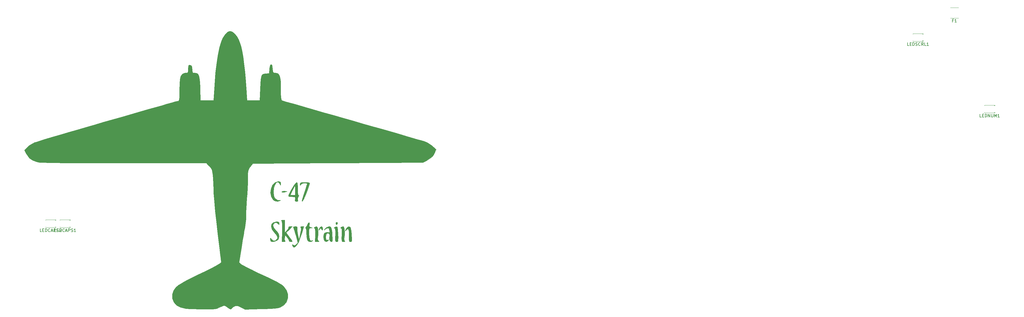
<source format=gbr>
%TF.GenerationSoftware,KiCad,Pcbnew,(5.1.6)-1*%
%TF.CreationDate,2020-08-12T20:07:55+02:00*%
%TF.ProjectId,Proyecto CFSUnderglow,50726f79-6563-4746-9f20-434653556e64,rev?*%
%TF.SameCoordinates,Original*%
%TF.FileFunction,Legend,Top*%
%TF.FilePolarity,Positive*%
%FSLAX46Y46*%
G04 Gerber Fmt 4.6, Leading zero omitted, Abs format (unit mm)*
G04 Created by KiCad (PCBNEW (5.1.6)-1) date 2020-08-12 20:07:55*
%MOMM*%
%LPD*%
G01*
G04 APERTURE LIST*
%ADD10C,0.010000*%
%ADD11C,0.120000*%
%ADD12C,0.150000*%
G04 APERTURE END LIST*
D10*
%TO.C,G\u002A\u002A\u002A*%
G36*
X-11108634Y-34191540D02*
G01*
X-10236764Y-34965265D01*
X-10165078Y-35047732D01*
X-9587095Y-35819356D01*
X-9076857Y-36727206D01*
X-8625817Y-37815183D01*
X-8225427Y-39127190D01*
X-7867140Y-40707126D01*
X-7542410Y-42598892D01*
X-7242690Y-44846390D01*
X-6959431Y-47493521D01*
X-6684088Y-50584185D01*
X-6408113Y-54162283D01*
X-6387032Y-54453158D01*
X-6208494Y-56926316D01*
X-2047493Y-56926316D01*
X-1850920Y-53116316D01*
X-1754455Y-51376721D01*
X-1653635Y-50098247D01*
X-1522601Y-49207709D01*
X-1335495Y-48631924D01*
X-1066459Y-48297707D01*
X-689634Y-48131875D01*
X-179163Y-48061244D01*
X-61645Y-48052309D01*
X1087369Y-47969473D01*
X1221053Y-46498947D01*
X1351526Y-45582640D01*
X1549075Y-45121866D01*
X1755790Y-45028421D01*
X2017120Y-45191149D01*
X2173058Y-45736653D01*
X2237657Y-46432105D01*
X2304852Y-47250086D01*
X2435078Y-47667837D01*
X2704875Y-47819696D01*
X3039762Y-47839883D01*
X3699244Y-47916161D01*
X4193218Y-48178674D01*
X4543922Y-48690703D01*
X4773594Y-49515532D01*
X4904473Y-50716445D01*
X4958798Y-52356723D01*
X4964211Y-53316230D01*
X4971121Y-54774861D01*
X4999066Y-55784778D01*
X5058871Y-56431907D01*
X5161361Y-56802175D01*
X5317358Y-56981506D01*
X5432106Y-57030553D01*
X5753375Y-57123326D01*
X6551424Y-57352293D01*
X7788865Y-57706761D01*
X9428310Y-58176036D01*
X11432371Y-58749423D01*
X13763662Y-59416230D01*
X16384794Y-60165763D01*
X19258380Y-60987327D01*
X22347033Y-61870228D01*
X25613366Y-62803774D01*
X28893685Y-63741179D01*
X32315896Y-64720112D01*
X35610408Y-65664551D01*
X38738266Y-66563213D01*
X41660516Y-67404812D01*
X44338201Y-68178066D01*
X46732368Y-68871690D01*
X48804061Y-69474399D01*
X50514326Y-69974909D01*
X51824208Y-70361937D01*
X52694751Y-70624197D01*
X53074845Y-70745840D01*
X53971651Y-71191341D01*
X54939508Y-71844952D01*
X55406638Y-72234939D01*
X56550953Y-73289732D01*
X56147385Y-74255607D01*
X55651111Y-75224018D01*
X55010644Y-75960456D01*
X54075792Y-76616786D01*
X53491579Y-76941004D01*
X52154737Y-77647368D01*
X23947369Y-77785867D01*
X20111140Y-77805275D01*
X16427523Y-77825028D01*
X12931474Y-77844879D01*
X9657950Y-77864577D01*
X6641907Y-77883877D01*
X3918304Y-77902530D01*
X1522096Y-77920289D01*
X-511759Y-77936904D01*
X-2148305Y-77952128D01*
X-3352585Y-77965714D01*
X-4089641Y-77977413D01*
X-4325165Y-77986393D01*
X-4505527Y-78219505D01*
X-4895940Y-78748337D01*
X-5194112Y-79158010D01*
X-5553132Y-79681168D01*
X-5785566Y-80149232D01*
X-5918990Y-80697113D01*
X-5980982Y-81459727D01*
X-5999121Y-82571987D01*
X-6000242Y-83101694D01*
X-6024422Y-84508086D01*
X-6088466Y-86226731D01*
X-6182553Y-88037457D01*
X-6293647Y-89678947D01*
X-6402777Y-91228385D01*
X-6491260Y-92764973D01*
X-6550703Y-94121922D01*
X-6572714Y-95132445D01*
X-6572458Y-95220160D01*
X-6618698Y-96401390D01*
X-6751863Y-97811349D01*
X-6943819Y-99156554D01*
X-6956930Y-99230687D01*
X-7136847Y-100259161D01*
X-7377310Y-101669526D01*
X-7653738Y-103315755D01*
X-7941548Y-105051821D01*
X-8117022Y-106122105D01*
X-8880394Y-110801052D01*
X-8308091Y-111367208D01*
X-7914817Y-111631376D01*
X-7106683Y-112079394D01*
X-5955973Y-112674579D01*
X-4534970Y-113380246D01*
X-2915957Y-114159710D01*
X-1459414Y-114842998D01*
X624611Y-115819389D01*
X2277166Y-116619517D01*
X3558890Y-117276333D01*
X4530425Y-117822783D01*
X5252412Y-118291819D01*
X5785492Y-118716389D01*
X5943522Y-118865373D01*
X6864035Y-120091529D01*
X7314112Y-121414748D01*
X7309550Y-122742424D01*
X6866148Y-123981950D01*
X5999703Y-125040721D01*
X4758403Y-125812408D01*
X4145211Y-125972064D01*
X3096531Y-126106218D01*
X1583782Y-126217283D01*
X-421617Y-126307675D01*
X-1524755Y-126343191D01*
X-6933684Y-126500055D01*
X-8233763Y-125794188D01*
X-9304160Y-125331811D01*
X-10128980Y-125282487D01*
X-10811051Y-125653609D01*
X-11133509Y-126002685D01*
X-11572492Y-126386443D01*
X-11964954Y-126308421D01*
X-12843380Y-125678749D01*
X-13420426Y-125311359D01*
X-13844918Y-125179986D01*
X-14265679Y-125258363D01*
X-14831534Y-125520223D01*
X-15249804Y-125728666D01*
X-15834327Y-126002649D01*
X-16358315Y-126194659D01*
X-16931398Y-126318125D01*
X-17663209Y-126386475D01*
X-18663380Y-126413137D01*
X-20041541Y-126411539D01*
X-20775923Y-126405523D01*
X-22352925Y-126379719D01*
X-23883892Y-126334024D01*
X-25222113Y-126274199D01*
X-26220873Y-126206010D01*
X-26451579Y-126182582D01*
X-28230910Y-125794717D01*
X-29593665Y-125098315D01*
X-30526770Y-124102990D01*
X-31015650Y-122826409D01*
X-31049261Y-121460481D01*
X-30594520Y-120187279D01*
X-29832682Y-119151111D01*
X-29449624Y-118780019D01*
X-28924125Y-118378905D01*
X-28200440Y-117916319D01*
X-27222826Y-117360814D01*
X-25935537Y-116680940D01*
X-24282830Y-115845248D01*
X-22208959Y-114822289D01*
X-21839473Y-114641648D01*
X-19726871Y-113602730D01*
X-18056468Y-112763603D01*
X-16784948Y-112099967D01*
X-15868994Y-111587517D01*
X-15265292Y-111201952D01*
X-14930523Y-110918970D01*
X-14821373Y-110714269D01*
X-14821052Y-110704021D01*
X-14855525Y-110284785D01*
X-14951311Y-109429935D01*
X-15096967Y-108233621D01*
X-15281048Y-106789993D01*
X-15479906Y-105284061D01*
X-15999295Y-101240744D01*
X-16448061Y-97391572D01*
X-16818783Y-93810585D01*
X-17104040Y-90571821D01*
X-17296414Y-87749320D01*
X-17351956Y-86604210D01*
X-17439598Y-84548058D01*
X-17522927Y-82952393D01*
X-17615865Y-81743276D01*
X-17732337Y-80846770D01*
X-17886266Y-80188936D01*
X-18091577Y-79695836D01*
X-18362193Y-79293530D01*
X-18712038Y-78908082D01*
X-18822184Y-78797010D01*
X-19829310Y-77789885D01*
X-47337286Y-77798392D01*
X-51840954Y-77799033D01*
X-55841014Y-77797719D01*
X-59368593Y-77794013D01*
X-62454818Y-77787478D01*
X-65130815Y-77777678D01*
X-67427711Y-77764177D01*
X-69376633Y-77746537D01*
X-71008707Y-77724323D01*
X-72355061Y-77697098D01*
X-73446822Y-77664425D01*
X-74315115Y-77625869D01*
X-74991068Y-77580991D01*
X-75505807Y-77529357D01*
X-75890460Y-77470530D01*
X-76176153Y-77404072D01*
X-76212176Y-77393485D01*
X-77561764Y-76864490D01*
X-78543728Y-76150527D01*
X-79322499Y-75120094D01*
X-79539571Y-74732458D01*
X-80181855Y-73521740D01*
X-79278691Y-72589911D01*
X-78527182Y-71975150D01*
X-77521663Y-71352901D01*
X-76744079Y-70974584D01*
X-76282614Y-70814071D01*
X-75363218Y-70523501D01*
X-74030412Y-70115757D01*
X-72328715Y-69603724D01*
X-70302645Y-69000286D01*
X-67996723Y-68318328D01*
X-65455468Y-67570734D01*
X-62723399Y-66770389D01*
X-59845035Y-65930177D01*
X-56864896Y-65062983D01*
X-53827501Y-64181690D01*
X-50777370Y-63299184D01*
X-47759023Y-62428348D01*
X-44816977Y-61582068D01*
X-41995753Y-60773227D01*
X-39339871Y-60014710D01*
X-36893849Y-59319402D01*
X-34702207Y-58700186D01*
X-32809464Y-58169947D01*
X-31260140Y-57741570D01*
X-30098755Y-57427939D01*
X-29369826Y-57241938D01*
X-29127074Y-57193684D01*
X-28915311Y-57087314D01*
X-28784616Y-56705029D01*
X-28715077Y-55952069D01*
X-28691606Y-55121579D01*
X-28669573Y-53975498D01*
X-28642314Y-52911794D01*
X-28615487Y-52149180D01*
X-28613817Y-52113684D01*
X-28569693Y-51205238D01*
X-28520066Y-50190689D01*
X-28512738Y-50041579D01*
X-28267174Y-48926845D01*
X-27686162Y-48178533D01*
X-26814180Y-47847547D01*
X-26585263Y-47835789D01*
X-26110436Y-47806582D01*
X-25873658Y-47627003D01*
X-25792164Y-47159113D01*
X-25783158Y-46498947D01*
X-25752971Y-45693149D01*
X-25629937Y-45291598D01*
X-25365342Y-45165628D01*
X-25277026Y-45162105D01*
X-24795898Y-45339712D01*
X-24528213Y-45911576D01*
X-24446315Y-46921867D01*
X-24398618Y-47541061D01*
X-24160607Y-47791154D01*
X-23650374Y-47835789D01*
X-23053690Y-47913162D01*
X-22603904Y-48187787D01*
X-22278755Y-48723425D01*
X-22055981Y-49583833D01*
X-21913321Y-50832774D01*
X-21828515Y-52534005D01*
X-21812082Y-53100985D01*
X-21713167Y-56926316D01*
X-17339180Y-56926316D01*
X-17010865Y-51767130D01*
X-16715549Y-47936396D01*
X-16347540Y-44611939D01*
X-15902557Y-41769691D01*
X-15376321Y-39385587D01*
X-14764550Y-37435560D01*
X-14251591Y-36252532D01*
X-13475893Y-34951624D01*
X-12707379Y-34178581D01*
X-11925233Y-33927266D01*
X-11108634Y-34191540D01*
G37*
X-11108634Y-34191540D02*
X-10236764Y-34965265D01*
X-10165078Y-35047732D01*
X-9587095Y-35819356D01*
X-9076857Y-36727206D01*
X-8625817Y-37815183D01*
X-8225427Y-39127190D01*
X-7867140Y-40707126D01*
X-7542410Y-42598892D01*
X-7242690Y-44846390D01*
X-6959431Y-47493521D01*
X-6684088Y-50584185D01*
X-6408113Y-54162283D01*
X-6387032Y-54453158D01*
X-6208494Y-56926316D01*
X-2047493Y-56926316D01*
X-1850920Y-53116316D01*
X-1754455Y-51376721D01*
X-1653635Y-50098247D01*
X-1522601Y-49207709D01*
X-1335495Y-48631924D01*
X-1066459Y-48297707D01*
X-689634Y-48131875D01*
X-179163Y-48061244D01*
X-61645Y-48052309D01*
X1087369Y-47969473D01*
X1221053Y-46498947D01*
X1351526Y-45582640D01*
X1549075Y-45121866D01*
X1755790Y-45028421D01*
X2017120Y-45191149D01*
X2173058Y-45736653D01*
X2237657Y-46432105D01*
X2304852Y-47250086D01*
X2435078Y-47667837D01*
X2704875Y-47819696D01*
X3039762Y-47839883D01*
X3699244Y-47916161D01*
X4193218Y-48178674D01*
X4543922Y-48690703D01*
X4773594Y-49515532D01*
X4904473Y-50716445D01*
X4958798Y-52356723D01*
X4964211Y-53316230D01*
X4971121Y-54774861D01*
X4999066Y-55784778D01*
X5058871Y-56431907D01*
X5161361Y-56802175D01*
X5317358Y-56981506D01*
X5432106Y-57030553D01*
X5753375Y-57123326D01*
X6551424Y-57352293D01*
X7788865Y-57706761D01*
X9428310Y-58176036D01*
X11432371Y-58749423D01*
X13763662Y-59416230D01*
X16384794Y-60165763D01*
X19258380Y-60987327D01*
X22347033Y-61870228D01*
X25613366Y-62803774D01*
X28893685Y-63741179D01*
X32315896Y-64720112D01*
X35610408Y-65664551D01*
X38738266Y-66563213D01*
X41660516Y-67404812D01*
X44338201Y-68178066D01*
X46732368Y-68871690D01*
X48804061Y-69474399D01*
X50514326Y-69974909D01*
X51824208Y-70361937D01*
X52694751Y-70624197D01*
X53074845Y-70745840D01*
X53971651Y-71191341D01*
X54939508Y-71844952D01*
X55406638Y-72234939D01*
X56550953Y-73289732D01*
X56147385Y-74255607D01*
X55651111Y-75224018D01*
X55010644Y-75960456D01*
X54075792Y-76616786D01*
X53491579Y-76941004D01*
X52154737Y-77647368D01*
X23947369Y-77785867D01*
X20111140Y-77805275D01*
X16427523Y-77825028D01*
X12931474Y-77844879D01*
X9657950Y-77864577D01*
X6641907Y-77883877D01*
X3918304Y-77902530D01*
X1522096Y-77920289D01*
X-511759Y-77936904D01*
X-2148305Y-77952128D01*
X-3352585Y-77965714D01*
X-4089641Y-77977413D01*
X-4325165Y-77986393D01*
X-4505527Y-78219505D01*
X-4895940Y-78748337D01*
X-5194112Y-79158010D01*
X-5553132Y-79681168D01*
X-5785566Y-80149232D01*
X-5918990Y-80697113D01*
X-5980982Y-81459727D01*
X-5999121Y-82571987D01*
X-6000242Y-83101694D01*
X-6024422Y-84508086D01*
X-6088466Y-86226731D01*
X-6182553Y-88037457D01*
X-6293647Y-89678947D01*
X-6402777Y-91228385D01*
X-6491260Y-92764973D01*
X-6550703Y-94121922D01*
X-6572714Y-95132445D01*
X-6572458Y-95220160D01*
X-6618698Y-96401390D01*
X-6751863Y-97811349D01*
X-6943819Y-99156554D01*
X-6956930Y-99230687D01*
X-7136847Y-100259161D01*
X-7377310Y-101669526D01*
X-7653738Y-103315755D01*
X-7941548Y-105051821D01*
X-8117022Y-106122105D01*
X-8880394Y-110801052D01*
X-8308091Y-111367208D01*
X-7914817Y-111631376D01*
X-7106683Y-112079394D01*
X-5955973Y-112674579D01*
X-4534970Y-113380246D01*
X-2915957Y-114159710D01*
X-1459414Y-114842998D01*
X624611Y-115819389D01*
X2277166Y-116619517D01*
X3558890Y-117276333D01*
X4530425Y-117822783D01*
X5252412Y-118291819D01*
X5785492Y-118716389D01*
X5943522Y-118865373D01*
X6864035Y-120091529D01*
X7314112Y-121414748D01*
X7309550Y-122742424D01*
X6866148Y-123981950D01*
X5999703Y-125040721D01*
X4758403Y-125812408D01*
X4145211Y-125972064D01*
X3096531Y-126106218D01*
X1583782Y-126217283D01*
X-421617Y-126307675D01*
X-1524755Y-126343191D01*
X-6933684Y-126500055D01*
X-8233763Y-125794188D01*
X-9304160Y-125331811D01*
X-10128980Y-125282487D01*
X-10811051Y-125653609D01*
X-11133509Y-126002685D01*
X-11572492Y-126386443D01*
X-11964954Y-126308421D01*
X-12843380Y-125678749D01*
X-13420426Y-125311359D01*
X-13844918Y-125179986D01*
X-14265679Y-125258363D01*
X-14831534Y-125520223D01*
X-15249804Y-125728666D01*
X-15834327Y-126002649D01*
X-16358315Y-126194659D01*
X-16931398Y-126318125D01*
X-17663209Y-126386475D01*
X-18663380Y-126413137D01*
X-20041541Y-126411539D01*
X-20775923Y-126405523D01*
X-22352925Y-126379719D01*
X-23883892Y-126334024D01*
X-25222113Y-126274199D01*
X-26220873Y-126206010D01*
X-26451579Y-126182582D01*
X-28230910Y-125794717D01*
X-29593665Y-125098315D01*
X-30526770Y-124102990D01*
X-31015650Y-122826409D01*
X-31049261Y-121460481D01*
X-30594520Y-120187279D01*
X-29832682Y-119151111D01*
X-29449624Y-118780019D01*
X-28924125Y-118378905D01*
X-28200440Y-117916319D01*
X-27222826Y-117360814D01*
X-25935537Y-116680940D01*
X-24282830Y-115845248D01*
X-22208959Y-114822289D01*
X-21839473Y-114641648D01*
X-19726871Y-113602730D01*
X-18056468Y-112763603D01*
X-16784948Y-112099967D01*
X-15868994Y-111587517D01*
X-15265292Y-111201952D01*
X-14930523Y-110918970D01*
X-14821373Y-110714269D01*
X-14821052Y-110704021D01*
X-14855525Y-110284785D01*
X-14951311Y-109429935D01*
X-15096967Y-108233621D01*
X-15281048Y-106789993D01*
X-15479906Y-105284061D01*
X-15999295Y-101240744D01*
X-16448061Y-97391572D01*
X-16818783Y-93810585D01*
X-17104040Y-90571821D01*
X-17296414Y-87749320D01*
X-17351956Y-86604210D01*
X-17439598Y-84548058D01*
X-17522927Y-82952393D01*
X-17615865Y-81743276D01*
X-17732337Y-80846770D01*
X-17886266Y-80188936D01*
X-18091577Y-79695836D01*
X-18362193Y-79293530D01*
X-18712038Y-78908082D01*
X-18822184Y-78797010D01*
X-19829310Y-77789885D01*
X-47337286Y-77798392D01*
X-51840954Y-77799033D01*
X-55841014Y-77797719D01*
X-59368593Y-77794013D01*
X-62454818Y-77787478D01*
X-65130815Y-77777678D01*
X-67427711Y-77764177D01*
X-69376633Y-77746537D01*
X-71008707Y-77724323D01*
X-72355061Y-77697098D01*
X-73446822Y-77664425D01*
X-74315115Y-77625869D01*
X-74991068Y-77580991D01*
X-75505807Y-77529357D01*
X-75890460Y-77470530D01*
X-76176153Y-77404072D01*
X-76212176Y-77393485D01*
X-77561764Y-76864490D01*
X-78543728Y-76150527D01*
X-79322499Y-75120094D01*
X-79539571Y-74732458D01*
X-80181855Y-73521740D01*
X-79278691Y-72589911D01*
X-78527182Y-71975150D01*
X-77521663Y-71352901D01*
X-76744079Y-70974584D01*
X-76282614Y-70814071D01*
X-75363218Y-70523501D01*
X-74030412Y-70115757D01*
X-72328715Y-69603724D01*
X-70302645Y-69000286D01*
X-67996723Y-68318328D01*
X-65455468Y-67570734D01*
X-62723399Y-66770389D01*
X-59845035Y-65930177D01*
X-56864896Y-65062983D01*
X-53827501Y-64181690D01*
X-50777370Y-63299184D01*
X-47759023Y-62428348D01*
X-44816977Y-61582068D01*
X-41995753Y-60773227D01*
X-39339871Y-60014710D01*
X-36893849Y-59319402D01*
X-34702207Y-58700186D01*
X-32809464Y-58169947D01*
X-31260140Y-57741570D01*
X-30098755Y-57427939D01*
X-29369826Y-57241938D01*
X-29127074Y-57193684D01*
X-28915311Y-57087314D01*
X-28784616Y-56705029D01*
X-28715077Y-55952069D01*
X-28691606Y-55121579D01*
X-28669573Y-53975498D01*
X-28642314Y-52911794D01*
X-28615487Y-52149180D01*
X-28613817Y-52113684D01*
X-28569693Y-51205238D01*
X-28520066Y-50190689D01*
X-28512738Y-50041579D01*
X-28267174Y-48926845D01*
X-27686162Y-48178533D01*
X-26814180Y-47847547D01*
X-26585263Y-47835789D01*
X-26110436Y-47806582D01*
X-25873658Y-47627003D01*
X-25792164Y-47159113D01*
X-25783158Y-46498947D01*
X-25752971Y-45693149D01*
X-25629937Y-45291598D01*
X-25365342Y-45165628D01*
X-25277026Y-45162105D01*
X-24795898Y-45339712D01*
X-24528213Y-45911576D01*
X-24446315Y-46921867D01*
X-24398618Y-47541061D01*
X-24160607Y-47791154D01*
X-23650374Y-47835789D01*
X-23053690Y-47913162D01*
X-22603904Y-48187787D01*
X-22278755Y-48723425D01*
X-22055981Y-49583833D01*
X-21913321Y-50832774D01*
X-21828515Y-52534005D01*
X-21812082Y-53100985D01*
X-21713167Y-56926316D01*
X-17339180Y-56926316D01*
X-17010865Y-51767130D01*
X-16715549Y-47936396D01*
X-16347540Y-44611939D01*
X-15902557Y-41769691D01*
X-15376321Y-39385587D01*
X-14764550Y-37435560D01*
X-14251591Y-36252532D01*
X-13475893Y-34951624D01*
X-12707379Y-34178581D01*
X-11925233Y-33927266D01*
X-11108634Y-34191540D01*
G36*
X11935357Y-101242631D02*
G01*
X11569341Y-102369441D01*
X11217383Y-103369885D01*
X10937162Y-104082849D01*
X10858561Y-104250526D01*
X10271827Y-105178693D01*
X9709647Y-105714579D01*
X9228994Y-105824346D01*
X8886843Y-105474153D01*
X8869658Y-105431817D01*
X8720498Y-104932372D01*
X8849354Y-104867504D01*
X9123000Y-105064730D01*
X9493442Y-105250102D01*
X9877732Y-105058238D01*
X10082717Y-104865587D01*
X10626804Y-104321500D01*
X10056733Y-102213908D01*
X9756134Y-101141555D01*
X9475263Y-100206395D01*
X9266233Y-99580544D01*
X9236432Y-99504737D01*
X9118169Y-99085391D01*
X9330067Y-98925794D01*
X9798354Y-98903158D01*
X10341211Y-98977961D01*
X10440327Y-99178469D01*
X10438668Y-99181197D01*
X10410466Y-99511043D01*
X10456905Y-100164953D01*
X10555917Y-100993253D01*
X10685434Y-101846267D01*
X10823386Y-102574320D01*
X10947705Y-103027734D01*
X11016468Y-103100023D01*
X11109448Y-102815731D01*
X11272659Y-102150841D01*
X11470857Y-101248986D01*
X11471864Y-101244184D01*
X11663426Y-100135242D01*
X11674663Y-99459668D01*
X11558691Y-99187743D01*
X11498086Y-98974467D01*
X11923197Y-98903412D01*
X11968965Y-98903158D01*
X12663825Y-98903158D01*
X11935357Y-101242631D01*
G37*
X11935357Y-101242631D02*
X11569341Y-102369441D01*
X11217383Y-103369885D01*
X10937162Y-104082849D01*
X10858561Y-104250526D01*
X10271827Y-105178693D01*
X9709647Y-105714579D01*
X9228994Y-105824346D01*
X8886843Y-105474153D01*
X8869658Y-105431817D01*
X8720498Y-104932372D01*
X8849354Y-104867504D01*
X9123000Y-105064730D01*
X9493442Y-105250102D01*
X9877732Y-105058238D01*
X10082717Y-104865587D01*
X10626804Y-104321500D01*
X10056733Y-102213908D01*
X9756134Y-101141555D01*
X9475263Y-100206395D01*
X9266233Y-99580544D01*
X9236432Y-99504737D01*
X9118169Y-99085391D01*
X9330067Y-98925794D01*
X9798354Y-98903158D01*
X10341211Y-98977961D01*
X10440327Y-99178469D01*
X10438668Y-99181197D01*
X10410466Y-99511043D01*
X10456905Y-100164953D01*
X10555917Y-100993253D01*
X10685434Y-101846267D01*
X10823386Y-102574320D01*
X10947705Y-103027734D01*
X11016468Y-103100023D01*
X11109448Y-102815731D01*
X11272659Y-102150841D01*
X11470857Y-101248986D01*
X11471864Y-101244184D01*
X11663426Y-100135242D01*
X11674663Y-99459668D01*
X11558691Y-99187743D01*
X11498086Y-98974467D01*
X11923197Y-98903412D01*
X11968965Y-98903158D01*
X12663825Y-98903158D01*
X11935357Y-101242631D01*
G36*
X4178597Y-97365183D02*
G01*
X4401966Y-97636700D01*
X4420971Y-97900526D01*
X4383561Y-98314412D01*
X4216061Y-98234869D01*
X4057285Y-98034210D01*
X3500918Y-97616707D01*
X2932655Y-97686983D01*
X2557895Y-98101052D01*
X2417242Y-98652482D01*
X2617545Y-99261203D01*
X3201827Y-100022534D01*
X3623927Y-100462792D01*
X4217104Y-101310235D01*
X4443907Y-102214222D01*
X4265952Y-103007951D01*
X4224854Y-103074184D01*
X3711753Y-103531183D01*
X2985113Y-103850751D01*
X2249942Y-103974331D01*
X1711248Y-103843362D01*
X1666667Y-103804912D01*
X1519404Y-103416721D01*
X1488421Y-103077000D01*
X1509960Y-102710558D01*
X1644408Y-102765409D01*
X1904635Y-103121561D01*
X2458845Y-103635229D01*
X3042992Y-103616708D01*
X3474587Y-103295639D01*
X3814113Y-102817383D01*
X3815139Y-102310501D01*
X3448609Y-101669554D01*
X2825263Y-100939389D01*
X2091537Y-99917194D01*
X1785761Y-98968288D01*
X1892321Y-98167845D01*
X2395598Y-97591034D01*
X3279975Y-97313027D01*
X3581579Y-97298947D01*
X4178597Y-97365183D01*
G37*
X4178597Y-97365183D02*
X4401966Y-97636700D01*
X4420971Y-97900526D01*
X4383561Y-98314412D01*
X4216061Y-98234869D01*
X4057285Y-98034210D01*
X3500918Y-97616707D01*
X2932655Y-97686983D01*
X2557895Y-98101052D01*
X2417242Y-98652482D01*
X2617545Y-99261203D01*
X3201827Y-100022534D01*
X3623927Y-100462792D01*
X4217104Y-101310235D01*
X4443907Y-102214222D01*
X4265952Y-103007951D01*
X4224854Y-103074184D01*
X3711753Y-103531183D01*
X2985113Y-103850751D01*
X2249942Y-103974331D01*
X1711248Y-103843362D01*
X1666667Y-103804912D01*
X1519404Y-103416721D01*
X1488421Y-103077000D01*
X1509960Y-102710558D01*
X1644408Y-102765409D01*
X1904635Y-103121561D01*
X2458845Y-103635229D01*
X3042992Y-103616708D01*
X3474587Y-103295639D01*
X3814113Y-102817383D01*
X3815139Y-102310501D01*
X3448609Y-101669554D01*
X2825263Y-100939389D01*
X2091537Y-99917194D01*
X1785761Y-98968288D01*
X1892321Y-98167845D01*
X2395598Y-97591034D01*
X3279975Y-97313027D01*
X3581579Y-97298947D01*
X4178597Y-97365183D01*
G36*
X6301053Y-100867949D02*
G01*
X6977354Y-100232597D01*
X7396998Y-99715149D01*
X7530464Y-99288367D01*
X7520482Y-99250201D01*
X7624171Y-98976604D01*
X8101601Y-98903158D01*
X8815892Y-98903158D01*
X6779446Y-100988668D01*
X7885525Y-102485913D01*
X8456429Y-103269029D01*
X8735828Y-103716496D01*
X8750652Y-103922250D01*
X8527828Y-103980227D01*
X8314750Y-103983158D01*
X7834314Y-103905073D01*
X7704737Y-103747991D01*
X7602100Y-103403163D01*
X7264421Y-102827585D01*
X7119787Y-102621426D01*
X6467994Y-101730028D01*
X6260348Y-102506445D01*
X6197100Y-103255476D01*
X6343300Y-103633009D01*
X6451863Y-103896270D01*
X6112290Y-103981918D01*
X5999580Y-103983644D01*
X5365263Y-103984131D01*
X5447988Y-100600292D01*
X5470252Y-99093459D01*
X5447368Y-98048046D01*
X5374010Y-97392220D01*
X5244851Y-97054148D01*
X5180619Y-96994426D01*
X5095357Y-96829216D01*
X5530740Y-96768628D01*
X5565790Y-96768304D01*
X6301053Y-96764210D01*
X6301053Y-100867949D01*
G37*
X6301053Y-100867949D02*
X6977354Y-100232597D01*
X7396998Y-99715149D01*
X7530464Y-99288367D01*
X7520482Y-99250201D01*
X7624171Y-98976604D01*
X8101601Y-98903158D01*
X8815892Y-98903158D01*
X6779446Y-100988668D01*
X7885525Y-102485913D01*
X8456429Y-103269029D01*
X8735828Y-103716496D01*
X8750652Y-103922250D01*
X8527828Y-103980227D01*
X8314750Y-103983158D01*
X7834314Y-103905073D01*
X7704737Y-103747991D01*
X7602100Y-103403163D01*
X7264421Y-102827585D01*
X7119787Y-102621426D01*
X6467994Y-101730028D01*
X6260348Y-102506445D01*
X6197100Y-103255476D01*
X6343300Y-103633009D01*
X6451863Y-103896270D01*
X6112290Y-103981918D01*
X5999580Y-103983644D01*
X5365263Y-103984131D01*
X5447988Y-100600292D01*
X5470252Y-99093459D01*
X5447368Y-98048046D01*
X5374010Y-97392220D01*
X5244851Y-97054148D01*
X5180619Y-96994426D01*
X5095357Y-96829216D01*
X5530740Y-96768628D01*
X5565790Y-96768304D01*
X6301053Y-96764210D01*
X6301053Y-100867949D01*
G36*
X14536265Y-97652020D02*
G01*
X14520875Y-98061114D01*
X14486884Y-98206037D01*
X14442576Y-98772436D01*
X14757926Y-99089115D01*
X14917045Y-99159738D01*
X15525263Y-99404000D01*
X14923685Y-99420947D01*
X14606530Y-99468519D01*
X14426130Y-99667463D01*
X14344233Y-100135784D01*
X14322586Y-100991483D01*
X14322106Y-101276736D01*
X14402949Y-102532306D01*
X14637454Y-103337440D01*
X15013580Y-103667084D01*
X15421178Y-103563812D01*
X15616256Y-103520494D01*
X15550795Y-103674479D01*
X15111201Y-103951511D01*
X14493757Y-103936523D01*
X13947791Y-103659151D01*
X13796776Y-103465998D01*
X13652233Y-102935766D01*
X13552079Y-102071145D01*
X13520000Y-101193366D01*
X13474181Y-100105833D01*
X13335572Y-99535708D01*
X13201530Y-99437895D01*
X13104545Y-99316721D01*
X13312659Y-99103684D01*
X13721215Y-98574291D01*
X13831656Y-98256892D01*
X14077834Y-97769114D01*
X14292997Y-97620455D01*
X14536265Y-97652020D01*
G37*
X14536265Y-97652020D02*
X14520875Y-98061114D01*
X14486884Y-98206037D01*
X14442576Y-98772436D01*
X14757926Y-99089115D01*
X14917045Y-99159738D01*
X15525263Y-99404000D01*
X14923685Y-99420947D01*
X14606530Y-99468519D01*
X14426130Y-99667463D01*
X14344233Y-100135784D01*
X14322586Y-100991483D01*
X14322106Y-101276736D01*
X14402949Y-102532306D01*
X14637454Y-103337440D01*
X15013580Y-103667084D01*
X15421178Y-103563812D01*
X15616256Y-103520494D01*
X15550795Y-103674479D01*
X15111201Y-103951511D01*
X14493757Y-103936523D01*
X13947791Y-103659151D01*
X13796776Y-103465998D01*
X13652233Y-102935766D01*
X13552079Y-102071145D01*
X13520000Y-101193366D01*
X13474181Y-100105833D01*
X13335572Y-99535708D01*
X13201530Y-99437895D01*
X13104545Y-99316721D01*
X13312659Y-99103684D01*
X13721215Y-98574291D01*
X13831656Y-98256892D01*
X14077834Y-97769114D01*
X14292997Y-97620455D01*
X14536265Y-97652020D01*
G36*
X17143742Y-99146249D02*
G01*
X17312931Y-99780575D01*
X17386247Y-100674628D01*
X17347595Y-101692807D01*
X17284184Y-102188039D01*
X17189563Y-103009947D01*
X17260698Y-103471138D01*
X17504612Y-103717278D01*
X17696203Y-103891622D01*
X17429649Y-103965624D01*
X17129474Y-103975651D01*
X16327369Y-103984406D01*
X16413855Y-101711150D01*
X16438151Y-100551513D01*
X16397177Y-99841529D01*
X16281284Y-99499011D01*
X16146487Y-99433800D01*
X16014529Y-99341999D01*
X16213706Y-99149489D01*
X16584616Y-98968435D01*
X16894776Y-98907252D01*
X17143742Y-99146249D01*
G37*
X17143742Y-99146249D02*
X17312931Y-99780575D01*
X17386247Y-100674628D01*
X17347595Y-101692807D01*
X17284184Y-102188039D01*
X17189563Y-103009947D01*
X17260698Y-103471138D01*
X17504612Y-103717278D01*
X17696203Y-103891622D01*
X17429649Y-103965624D01*
X17129474Y-103975651D01*
X16327369Y-103984406D01*
X16413855Y-101711150D01*
X16438151Y-100551513D01*
X16397177Y-99841529D01*
X16281284Y-99499011D01*
X16146487Y-99433800D01*
X16014529Y-99341999D01*
X16213706Y-99149489D01*
X16584616Y-98968435D01*
X16894776Y-98907252D01*
X17143742Y-99146249D01*
G36*
X21426680Y-98980390D02*
G01*
X21688920Y-99270363D01*
X21867672Y-99860490D01*
X21993857Y-100838184D01*
X22065786Y-101774561D01*
X22126060Y-102867128D01*
X22119632Y-103530175D01*
X22032857Y-103866283D01*
X21852094Y-103978030D01*
X21772047Y-103983158D01*
X21377966Y-103749856D01*
X21137990Y-103171057D01*
X21116515Y-102428425D01*
X21153136Y-102237202D01*
X21143657Y-101594792D01*
X20848459Y-101172538D01*
X20376729Y-101124019D01*
X20364879Y-101128438D01*
X20052258Y-101482768D01*
X19938241Y-102268153D01*
X19936842Y-102401739D01*
X19966869Y-103096505D01*
X20104245Y-103382277D01*
X20419918Y-103383559D01*
X20486860Y-103366955D01*
X20857502Y-103315054D01*
X20789630Y-103518041D01*
X20721490Y-103603140D01*
X20173695Y-103959600D01*
X19595220Y-103785306D01*
X19455579Y-103662316D01*
X19209882Y-103120180D01*
X19145281Y-102337457D01*
X19254288Y-101563449D01*
X19529414Y-101047456D01*
X19534253Y-101043380D01*
X20088461Y-100836983D01*
X20626346Y-100844205D01*
X21114174Y-100882350D01*
X21218664Y-100653660D01*
X21166270Y-100407773D01*
X21041332Y-99864954D01*
X21009967Y-99638421D01*
X20810250Y-99440236D01*
X20369206Y-99469154D01*
X19906160Y-99680718D01*
X19690890Y-99905789D01*
X19474923Y-100150863D01*
X19410236Y-100054634D01*
X19622320Y-99651291D01*
X20138554Y-99234922D01*
X20752273Y-98950650D01*
X21050028Y-98903158D01*
X21426680Y-98980390D01*
G37*
X21426680Y-98980390D02*
X21688920Y-99270363D01*
X21867672Y-99860490D01*
X21993857Y-100838184D01*
X22065786Y-101774561D01*
X22126060Y-102867128D01*
X22119632Y-103530175D01*
X22032857Y-103866283D01*
X21852094Y-103978030D01*
X21772047Y-103983158D01*
X21377966Y-103749856D01*
X21137990Y-103171057D01*
X21116515Y-102428425D01*
X21153136Y-102237202D01*
X21143657Y-101594792D01*
X20848459Y-101172538D01*
X20376729Y-101124019D01*
X20364879Y-101128438D01*
X20052258Y-101482768D01*
X19938241Y-102268153D01*
X19936842Y-102401739D01*
X19966869Y-103096505D01*
X20104245Y-103382277D01*
X20419918Y-103383559D01*
X20486860Y-103366955D01*
X20857502Y-103315054D01*
X20789630Y-103518041D01*
X20721490Y-103603140D01*
X20173695Y-103959600D01*
X19595220Y-103785306D01*
X19455579Y-103662316D01*
X19209882Y-103120180D01*
X19145281Y-102337457D01*
X19254288Y-101563449D01*
X19529414Y-101047456D01*
X19534253Y-101043380D01*
X20088461Y-100836983D01*
X20626346Y-100844205D01*
X21114174Y-100882350D01*
X21218664Y-100653660D01*
X21166270Y-100407773D01*
X21041332Y-99864954D01*
X21009967Y-99638421D01*
X20810250Y-99440236D01*
X20369206Y-99469154D01*
X19906160Y-99680718D01*
X19690890Y-99905789D01*
X19474923Y-100150863D01*
X19410236Y-100054634D01*
X19622320Y-99651291D01*
X20138554Y-99234922D01*
X20752273Y-98950650D01*
X21050028Y-98903158D01*
X21426680Y-98980390D01*
G36*
X23625760Y-98971608D02*
G01*
X23815953Y-99334959D01*
X23927035Y-100095064D01*
X23991544Y-101318079D01*
X23995864Y-101443757D01*
X24028154Y-102622777D01*
X24017438Y-103367007D01*
X23946138Y-103775789D01*
X23796676Y-103948465D01*
X23551474Y-103984376D01*
X23546316Y-103984381D01*
X23288258Y-103946731D01*
X23136669Y-103763908D01*
X23070890Y-103331145D01*
X23070264Y-102543677D01*
X23098066Y-101711150D01*
X23122362Y-100551513D01*
X23081387Y-99841529D01*
X22965494Y-99499011D01*
X22830697Y-99433800D01*
X22647331Y-99363727D01*
X22877895Y-99170526D01*
X23323919Y-98938849D01*
X23625760Y-98971608D01*
G37*
X23625760Y-98971608D02*
X23815953Y-99334959D01*
X23927035Y-100095064D01*
X23991544Y-101318079D01*
X23995864Y-101443757D01*
X24028154Y-102622777D01*
X24017438Y-103367007D01*
X23946138Y-103775789D01*
X23796676Y-103948465D01*
X23551474Y-103984376D01*
X23546316Y-103984381D01*
X23288258Y-103946731D01*
X23136669Y-103763908D01*
X23070890Y-103331145D01*
X23070264Y-102543677D01*
X23098066Y-101711150D01*
X23122362Y-100551513D01*
X23081387Y-99841529D01*
X22965494Y-99499011D01*
X22830697Y-99433800D01*
X22647331Y-99363727D01*
X22877895Y-99170526D01*
X23323919Y-98938849D01*
X23625760Y-98971608D01*
G36*
X25958124Y-99146631D02*
G01*
X26121836Y-99782569D01*
X26192396Y-100680477D01*
X26154167Y-101705770D01*
X26096772Y-102176365D01*
X26029385Y-103079622D01*
X26134871Y-103639292D01*
X26183638Y-103706164D01*
X26232700Y-103918619D01*
X25805579Y-103983782D01*
X25489264Y-103964626D01*
X25300605Y-103835941D01*
X25213154Y-103492012D01*
X25200463Y-102827123D01*
X25236085Y-101735558D01*
X25237013Y-101711150D01*
X25261309Y-100551513D01*
X25220335Y-99841529D01*
X25104441Y-99499011D01*
X24969645Y-99433800D01*
X24837928Y-99341908D01*
X25037172Y-99149251D01*
X25407910Y-98968193D01*
X25716901Y-98907252D01*
X25958124Y-99146631D01*
G37*
X25958124Y-99146631D02*
X26121836Y-99782569D01*
X26192396Y-100680477D01*
X26154167Y-101705770D01*
X26096772Y-102176365D01*
X26029385Y-103079622D01*
X26134871Y-103639292D01*
X26183638Y-103706164D01*
X26232700Y-103918619D01*
X25805579Y-103983782D01*
X25489264Y-103964626D01*
X25300605Y-103835941D01*
X25213154Y-103492012D01*
X25200463Y-102827123D01*
X25236085Y-101735558D01*
X25237013Y-101711150D01*
X25261309Y-100551513D01*
X25220335Y-99841529D01*
X25104441Y-99499011D01*
X24969645Y-99433800D01*
X24837928Y-99341908D01*
X25037172Y-99149251D01*
X25407910Y-98968193D01*
X25716901Y-98907252D01*
X25958124Y-99146631D01*
G36*
X28131155Y-99234561D02*
G01*
X28243211Y-99643008D01*
X28359751Y-100435137D01*
X28459956Y-101460495D01*
X28482628Y-101774561D01*
X28545983Y-102857063D01*
X28546761Y-103512880D01*
X28466227Y-103848262D01*
X28285644Y-103969463D01*
X28093062Y-103983760D01*
X27815991Y-103940831D01*
X27664803Y-103735336D01*
X27612779Y-103253392D01*
X27633197Y-102381116D01*
X27646814Y-102081837D01*
X27646603Y-100836683D01*
X27514070Y-100044364D01*
X27259113Y-99726539D01*
X26891633Y-99904870D01*
X26736738Y-100090575D01*
X26445327Y-100402279D01*
X26362767Y-100329767D01*
X26483160Y-99978543D01*
X26769898Y-99497386D01*
X27301506Y-99000247D01*
X27818348Y-98954491D01*
X28131155Y-99234561D01*
G37*
X28131155Y-99234561D02*
X28243211Y-99643008D01*
X28359751Y-100435137D01*
X28459956Y-101460495D01*
X28482628Y-101774561D01*
X28545983Y-102857063D01*
X28546761Y-103512880D01*
X28466227Y-103848262D01*
X28285644Y-103969463D01*
X28093062Y-103983760D01*
X27815991Y-103940831D01*
X27664803Y-103735336D01*
X27612779Y-103253392D01*
X27633197Y-102381116D01*
X27646814Y-102081837D01*
X27646603Y-100836683D01*
X27514070Y-100044364D01*
X27259113Y-99726539D01*
X26891633Y-99904870D01*
X26736738Y-100090575D01*
X26445327Y-100402279D01*
X26362767Y-100329767D01*
X26483160Y-99978543D01*
X26769898Y-99497386D01*
X27301506Y-99000247D01*
X27818348Y-98954491D01*
X28131155Y-99234561D01*
G36*
X18786709Y-99139052D02*
G01*
X18867369Y-99622681D01*
X18843020Y-100106359D01*
X18711957Y-100109152D01*
X18504375Y-99845781D01*
X18208515Y-99502608D01*
X18002554Y-99604207D01*
X17844085Y-99861521D01*
X17612977Y-100175925D01*
X17538657Y-100155580D01*
X17690134Y-99623589D01*
X18060440Y-99126503D01*
X18470844Y-98903202D01*
X18475723Y-98903158D01*
X18786709Y-99139052D01*
G37*
X18786709Y-99139052D02*
X18867369Y-99622681D01*
X18843020Y-100106359D01*
X18711957Y-100109152D01*
X18504375Y-99845781D01*
X18208515Y-99502608D01*
X18002554Y-99604207D01*
X17844085Y-99861521D01*
X17612977Y-100175925D01*
X17538657Y-100155580D01*
X17690134Y-99623589D01*
X18060440Y-99126503D01*
X18470844Y-98903202D01*
X18475723Y-98903158D01*
X18786709Y-99139052D01*
G36*
X23813685Y-97566316D02*
G01*
X23833117Y-98009566D01*
X23740355Y-98147645D01*
X23412597Y-98243597D01*
X23278948Y-98101052D01*
X23259515Y-97657802D01*
X23352277Y-97519723D01*
X23680035Y-97423771D01*
X23813685Y-97566316D01*
G37*
X23813685Y-97566316D02*
X23833117Y-98009566D01*
X23740355Y-98147645D01*
X23412597Y-98243597D01*
X23278948Y-98101052D01*
X23259515Y-97657802D01*
X23352277Y-97519723D01*
X23680035Y-97423771D01*
X23813685Y-97566316D01*
G36*
X4667545Y-83978347D02*
G01*
X4913390Y-84208182D01*
X4946115Y-84665789D01*
X4919192Y-85166205D01*
X4825118Y-85165026D01*
X4637889Y-84799473D01*
X4221062Y-84255734D01*
X3771038Y-84180047D01*
X3333886Y-84511636D01*
X2955673Y-85189724D01*
X2682468Y-86153534D01*
X2560340Y-87342290D01*
X2557895Y-87543565D01*
X2605880Y-88506914D01*
X2789874Y-89141185D01*
X3169938Y-89646620D01*
X3196840Y-89673777D01*
X3896894Y-90148436D01*
X4466840Y-90173168D01*
X4869972Y-90112960D01*
X4805455Y-90238744D01*
X4696842Y-90320081D01*
X3889968Y-90597047D01*
X3022138Y-90405428D01*
X2429777Y-89976188D01*
X1802781Y-88987977D01*
X1568927Y-87737625D01*
X1734927Y-86414319D01*
X2254961Y-85097328D01*
X2971522Y-84269817D01*
X3879382Y-83937401D01*
X4047827Y-83930526D01*
X4667545Y-83978347D01*
G37*
X4667545Y-83978347D02*
X4913390Y-84208182D01*
X4946115Y-84665789D01*
X4919192Y-85166205D01*
X4825118Y-85165026D01*
X4637889Y-84799473D01*
X4221062Y-84255734D01*
X3771038Y-84180047D01*
X3333886Y-84511636D01*
X2955673Y-85189724D01*
X2682468Y-86153534D01*
X2560340Y-87342290D01*
X2557895Y-87543565D01*
X2605880Y-88506914D01*
X2789874Y-89141185D01*
X3169938Y-89646620D01*
X3196840Y-89673777D01*
X3896894Y-90148436D01*
X4466840Y-90173168D01*
X4869972Y-90112960D01*
X4805455Y-90238744D01*
X4696842Y-90320081D01*
X3889968Y-90597047D01*
X3022138Y-90405428D01*
X2429777Y-89976188D01*
X1802781Y-88987977D01*
X1568927Y-87737625D01*
X1734927Y-86414319D01*
X2254961Y-85097328D01*
X2971522Y-84269817D01*
X3879382Y-83937401D01*
X4047827Y-83930526D01*
X4667545Y-83978347D01*
G36*
X10397386Y-84318336D02*
G01*
X10515311Y-84738239D01*
X10569975Y-85545468D01*
X10578948Y-86336842D01*
X10615763Y-87552705D01*
X10724616Y-88270182D01*
X10879054Y-88475789D01*
X11021231Y-88604037D01*
X10847591Y-88875305D01*
X10637872Y-89433539D01*
X10644093Y-89944779D01*
X10657437Y-90444609D01*
X10352378Y-90608189D01*
X10187125Y-90614737D01*
X9785137Y-90534308D01*
X9681020Y-90188332D01*
X9719811Y-89812631D01*
X9761127Y-89301945D01*
X9592329Y-89072818D01*
X9077673Y-89012575D01*
X8753494Y-89010526D01*
X8042449Y-88964465D01*
X7595425Y-88849575D01*
X7542703Y-88805439D01*
X7592869Y-88475789D01*
X8179375Y-88475789D01*
X9776842Y-88475789D01*
X9776842Y-86827017D01*
X9758725Y-85992005D01*
X9711462Y-85443546D01*
X9652112Y-85302976D01*
X9486199Y-85595725D01*
X9179301Y-86232726D01*
X8853378Y-86951747D01*
X8179375Y-88475789D01*
X7592869Y-88475789D01*
X7594444Y-88465444D01*
X7874142Y-87809751D01*
X8308895Y-86964735D01*
X8825802Y-86056769D01*
X9351962Y-85212228D01*
X9814472Y-84557486D01*
X10140432Y-84218918D01*
X10200660Y-84197895D01*
X10397386Y-84318336D01*
G37*
X10397386Y-84318336D02*
X10515311Y-84738239D01*
X10569975Y-85545468D01*
X10578948Y-86336842D01*
X10615763Y-87552705D01*
X10724616Y-88270182D01*
X10879054Y-88475789D01*
X11021231Y-88604037D01*
X10847591Y-88875305D01*
X10637872Y-89433539D01*
X10644093Y-89944779D01*
X10657437Y-90444609D01*
X10352378Y-90608189D01*
X10187125Y-90614737D01*
X9785137Y-90534308D01*
X9681020Y-90188332D01*
X9719811Y-89812631D01*
X9761127Y-89301945D01*
X9592329Y-89072818D01*
X9077673Y-89012575D01*
X8753494Y-89010526D01*
X8042449Y-88964465D01*
X7595425Y-88849575D01*
X7542703Y-88805439D01*
X7592869Y-88475789D01*
X8179375Y-88475789D01*
X9776842Y-88475789D01*
X9776842Y-86827017D01*
X9758725Y-85992005D01*
X9711462Y-85443546D01*
X9652112Y-85302976D01*
X9486199Y-85595725D01*
X9179301Y-86232726D01*
X8853378Y-86951747D01*
X8179375Y-88475789D01*
X7592869Y-88475789D01*
X7594444Y-88465444D01*
X7874142Y-87809751D01*
X8308895Y-86964735D01*
X8825802Y-86056769D01*
X9351962Y-85212228D01*
X9814472Y-84557486D01*
X10140432Y-84218918D01*
X10200660Y-84197895D01*
X10397386Y-84318336D01*
G36*
X13992536Y-84248178D02*
G01*
X14517150Y-84395227D01*
X14589474Y-84509548D01*
X14495396Y-84941525D01*
X14244900Y-85702828D01*
X13885587Y-86676067D01*
X13465062Y-87743852D01*
X13030929Y-88788793D01*
X12630790Y-89693501D01*
X12312250Y-90340585D01*
X12122912Y-90612656D01*
X12113718Y-90614737D01*
X11969420Y-90418797D01*
X12011487Y-90216265D01*
X12154426Y-89792961D01*
X12407275Y-88998146D01*
X12725640Y-87972299D01*
X12877533Y-87475739D01*
X13207093Y-86402049D01*
X13486892Y-85506255D01*
X13674286Y-84924212D01*
X13717625Y-84799473D01*
X13617612Y-84548474D01*
X13185513Y-84447277D01*
X12599040Y-84484281D01*
X12035903Y-84647884D01*
X11673812Y-84926486D01*
X11669837Y-84933158D01*
X11464154Y-85223303D01*
X11396091Y-85033700D01*
X11389183Y-84799473D01*
X11428107Y-84465368D01*
X11639031Y-84284887D01*
X12145898Y-84211315D01*
X12985263Y-84197895D01*
X13992536Y-84248178D01*
G37*
X13992536Y-84248178D02*
X14517150Y-84395227D01*
X14589474Y-84509548D01*
X14495396Y-84941525D01*
X14244900Y-85702828D01*
X13885587Y-86676067D01*
X13465062Y-87743852D01*
X13030929Y-88788793D01*
X12630790Y-89693501D01*
X12312250Y-90340585D01*
X12122912Y-90612656D01*
X12113718Y-90614737D01*
X11969420Y-90418797D01*
X12011487Y-90216265D01*
X12154426Y-89792961D01*
X12407275Y-88998146D01*
X12725640Y-87972299D01*
X12877533Y-87475739D01*
X13207093Y-86402049D01*
X13486892Y-85506255D01*
X13674286Y-84924212D01*
X13717625Y-84799473D01*
X13617612Y-84548474D01*
X13185513Y-84447277D01*
X12599040Y-84484281D01*
X12035903Y-84647884D01*
X11673812Y-84926486D01*
X11669837Y-84933158D01*
X11464154Y-85223303D01*
X11396091Y-85033700D01*
X11389183Y-84799473D01*
X11428107Y-84465368D01*
X11639031Y-84284887D01*
X12145898Y-84211315D01*
X12985263Y-84197895D01*
X13992536Y-84248178D01*
G36*
X6886424Y-87166456D02*
G01*
X7029708Y-87247663D01*
X6642399Y-87380590D01*
X6100527Y-87494911D01*
X5496884Y-87540899D01*
X5233193Y-87416364D01*
X5231579Y-87399631D01*
X5467407Y-87230506D01*
X6050593Y-87142501D01*
X6211930Y-87138947D01*
X6886424Y-87166456D01*
G37*
X6886424Y-87166456D02*
X7029708Y-87247663D01*
X6642399Y-87380590D01*
X6100527Y-87494911D01*
X5496884Y-87540899D01*
X5233193Y-87416364D01*
X5231579Y-87399631D01*
X5467407Y-87230506D01*
X6050593Y-87142501D01*
X6211930Y-87138947D01*
X6886424Y-87166456D01*
D11*
%TO.C,LEDCAPS2*%
X-69740000Y-99210000D02*
X-73160000Y-99210000D01*
X-69740000Y-96690000D02*
X-73160000Y-96690000D01*
X-69740000Y-99210000D02*
X-69740000Y-99030000D01*
X-69740000Y-96870000D02*
X-69740000Y-96690000D01*
X-73160000Y-99210000D02*
X-73160000Y-99045000D01*
X-73160000Y-96855000D02*
X-73160000Y-96690000D01*
X-69860000Y-99210000D02*
X-69860000Y-99030000D01*
X-69860000Y-96870000D02*
X-69860000Y-96690000D01*
X-69980000Y-99210000D02*
X-69980000Y-99030000D01*
X-69980000Y-96870000D02*
X-69980000Y-96690000D01*
%TO.C,LEDSCRL1*%
X218170000Y-34950000D02*
X218170000Y-34770000D01*
X218170000Y-37290000D02*
X218170000Y-37110000D01*
X218290000Y-34950000D02*
X218290000Y-34770000D01*
X218290000Y-37290000D02*
X218290000Y-37110000D01*
X214990000Y-34935000D02*
X214990000Y-34770000D01*
X214990000Y-37290000D02*
X214990000Y-37125000D01*
X218410000Y-34950000D02*
X218410000Y-34770000D01*
X218410000Y-37290000D02*
X218410000Y-37110000D01*
X218410000Y-34770000D02*
X214990000Y-34770000D01*
X218410000Y-37290000D02*
X214990000Y-37290000D01*
%TO.C,LEDNUM1*%
X241970000Y-58760000D02*
X241970000Y-58580000D01*
X241970000Y-61100000D02*
X241970000Y-60920000D01*
X242090000Y-58760000D02*
X242090000Y-58580000D01*
X242090000Y-61100000D02*
X242090000Y-60920000D01*
X238790000Y-58745000D02*
X238790000Y-58580000D01*
X238790000Y-61100000D02*
X238790000Y-60935000D01*
X242210000Y-58760000D02*
X242210000Y-58580000D01*
X242210000Y-61100000D02*
X242210000Y-60920000D01*
X242210000Y-58580000D02*
X238790000Y-58580000D01*
X242210000Y-61100000D02*
X238790000Y-61100000D01*
%TO.C,LEDCAPS1*%
X-65190000Y-96870000D02*
X-65190000Y-96690000D01*
X-65190000Y-99210000D02*
X-65190000Y-99030000D01*
X-65070000Y-96870000D02*
X-65070000Y-96690000D01*
X-65070000Y-99210000D02*
X-65070000Y-99030000D01*
X-68370000Y-96855000D02*
X-68370000Y-96690000D01*
X-68370000Y-99210000D02*
X-68370000Y-99045000D01*
X-64950000Y-96870000D02*
X-64950000Y-96690000D01*
X-64950000Y-99210000D02*
X-64950000Y-99030000D01*
X-64950000Y-96690000D02*
X-68370000Y-96690000D01*
X-64950000Y-99210000D02*
X-68370000Y-99210000D01*
%TO.C,F1*%
X230171252Y-26160000D02*
X227398748Y-26160000D01*
X230171252Y-29580000D02*
X227398748Y-29580000D01*
%TO.C,LEDCAPS2*%
D12*
X-74473809Y-100662380D02*
X-74950000Y-100662380D01*
X-74950000Y-99662380D01*
X-74140476Y-100138571D02*
X-73807142Y-100138571D01*
X-73664285Y-100662380D02*
X-74140476Y-100662380D01*
X-74140476Y-99662380D01*
X-73664285Y-99662380D01*
X-73235714Y-100662380D02*
X-73235714Y-99662380D01*
X-72997619Y-99662380D01*
X-72854761Y-99710000D01*
X-72759523Y-99805238D01*
X-72711904Y-99900476D01*
X-72664285Y-100090952D01*
X-72664285Y-100233809D01*
X-72711904Y-100424285D01*
X-72759523Y-100519523D01*
X-72854761Y-100614761D01*
X-72997619Y-100662380D01*
X-73235714Y-100662380D01*
X-71664285Y-100567142D02*
X-71711904Y-100614761D01*
X-71854761Y-100662380D01*
X-71950000Y-100662380D01*
X-72092857Y-100614761D01*
X-72188095Y-100519523D01*
X-72235714Y-100424285D01*
X-72283333Y-100233809D01*
X-72283333Y-100090952D01*
X-72235714Y-99900476D01*
X-72188095Y-99805238D01*
X-72092857Y-99710000D01*
X-71950000Y-99662380D01*
X-71854761Y-99662380D01*
X-71711904Y-99710000D01*
X-71664285Y-99757619D01*
X-71283333Y-100376666D02*
X-70807142Y-100376666D01*
X-71378571Y-100662380D02*
X-71045238Y-99662380D01*
X-70711904Y-100662380D01*
X-70378571Y-100662380D02*
X-70378571Y-99662380D01*
X-69997619Y-99662380D01*
X-69902380Y-99710000D01*
X-69854761Y-99757619D01*
X-69807142Y-99852857D01*
X-69807142Y-99995714D01*
X-69854761Y-100090952D01*
X-69902380Y-100138571D01*
X-69997619Y-100186190D01*
X-70378571Y-100186190D01*
X-69426190Y-100614761D02*
X-69283333Y-100662380D01*
X-69045238Y-100662380D01*
X-68950000Y-100614761D01*
X-68902380Y-100567142D01*
X-68854761Y-100471904D01*
X-68854761Y-100376666D01*
X-68902380Y-100281428D01*
X-68950000Y-100233809D01*
X-69045238Y-100186190D01*
X-69235714Y-100138571D01*
X-69330952Y-100090952D01*
X-69378571Y-100043333D01*
X-69426190Y-99948095D01*
X-69426190Y-99852857D01*
X-69378571Y-99757619D01*
X-69330952Y-99710000D01*
X-69235714Y-99662380D01*
X-68997619Y-99662380D01*
X-68854761Y-99710000D01*
X-68473809Y-99757619D02*
X-68426190Y-99710000D01*
X-68330952Y-99662380D01*
X-68092857Y-99662380D01*
X-67997619Y-99710000D01*
X-67950000Y-99757619D01*
X-67902380Y-99852857D01*
X-67902380Y-99948095D01*
X-67950000Y-100090952D01*
X-68521428Y-100662380D01*
X-67902380Y-100662380D01*
%TO.C,LEDSCRL1*%
X213700000Y-38742380D02*
X213223809Y-38742380D01*
X213223809Y-37742380D01*
X214033333Y-38218571D02*
X214366666Y-38218571D01*
X214509523Y-38742380D02*
X214033333Y-38742380D01*
X214033333Y-37742380D01*
X214509523Y-37742380D01*
X214938095Y-38742380D02*
X214938095Y-37742380D01*
X215176190Y-37742380D01*
X215319047Y-37790000D01*
X215414285Y-37885238D01*
X215461904Y-37980476D01*
X215509523Y-38170952D01*
X215509523Y-38313809D01*
X215461904Y-38504285D01*
X215414285Y-38599523D01*
X215319047Y-38694761D01*
X215176190Y-38742380D01*
X214938095Y-38742380D01*
X215890476Y-38694761D02*
X216033333Y-38742380D01*
X216271428Y-38742380D01*
X216366666Y-38694761D01*
X216414285Y-38647142D01*
X216461904Y-38551904D01*
X216461904Y-38456666D01*
X216414285Y-38361428D01*
X216366666Y-38313809D01*
X216271428Y-38266190D01*
X216080952Y-38218571D01*
X215985714Y-38170952D01*
X215938095Y-38123333D01*
X215890476Y-38028095D01*
X215890476Y-37932857D01*
X215938095Y-37837619D01*
X215985714Y-37790000D01*
X216080952Y-37742380D01*
X216319047Y-37742380D01*
X216461904Y-37790000D01*
X217461904Y-38647142D02*
X217414285Y-38694761D01*
X217271428Y-38742380D01*
X217176190Y-38742380D01*
X217033333Y-38694761D01*
X216938095Y-38599523D01*
X216890476Y-38504285D01*
X216842857Y-38313809D01*
X216842857Y-38170952D01*
X216890476Y-37980476D01*
X216938095Y-37885238D01*
X217033333Y-37790000D01*
X217176190Y-37742380D01*
X217271428Y-37742380D01*
X217414285Y-37790000D01*
X217461904Y-37837619D01*
X218461904Y-38742380D02*
X218128571Y-38266190D01*
X217890476Y-38742380D02*
X217890476Y-37742380D01*
X218271428Y-37742380D01*
X218366666Y-37790000D01*
X218414285Y-37837619D01*
X218461904Y-37932857D01*
X218461904Y-38075714D01*
X218414285Y-38170952D01*
X218366666Y-38218571D01*
X218271428Y-38266190D01*
X217890476Y-38266190D01*
X219366666Y-38742380D02*
X218890476Y-38742380D01*
X218890476Y-37742380D01*
X220223809Y-38742380D02*
X219652380Y-38742380D01*
X219938095Y-38742380D02*
X219938095Y-37742380D01*
X219842857Y-37885238D01*
X219747619Y-37980476D01*
X219652380Y-38028095D01*
%TO.C,LEDNUM1*%
X237761904Y-62552380D02*
X237285714Y-62552380D01*
X237285714Y-61552380D01*
X238095238Y-62028571D02*
X238428571Y-62028571D01*
X238571428Y-62552380D02*
X238095238Y-62552380D01*
X238095238Y-61552380D01*
X238571428Y-61552380D01*
X239000000Y-62552380D02*
X239000000Y-61552380D01*
X239238095Y-61552380D01*
X239380952Y-61600000D01*
X239476190Y-61695238D01*
X239523809Y-61790476D01*
X239571428Y-61980952D01*
X239571428Y-62123809D01*
X239523809Y-62314285D01*
X239476190Y-62409523D01*
X239380952Y-62504761D01*
X239238095Y-62552380D01*
X239000000Y-62552380D01*
X240000000Y-62552380D02*
X240000000Y-61552380D01*
X240571428Y-62552380D01*
X240571428Y-61552380D01*
X241047619Y-61552380D02*
X241047619Y-62361904D01*
X241095238Y-62457142D01*
X241142857Y-62504761D01*
X241238095Y-62552380D01*
X241428571Y-62552380D01*
X241523809Y-62504761D01*
X241571428Y-62457142D01*
X241619047Y-62361904D01*
X241619047Y-61552380D01*
X242095238Y-62552380D02*
X242095238Y-61552380D01*
X242428571Y-62266666D01*
X242761904Y-61552380D01*
X242761904Y-62552380D01*
X243761904Y-62552380D02*
X243190476Y-62552380D01*
X243476190Y-62552380D02*
X243476190Y-61552380D01*
X243380952Y-61695238D01*
X243285714Y-61790476D01*
X243190476Y-61838095D01*
%TO.C,LEDCAPS1*%
X-69683809Y-100662380D02*
X-70160000Y-100662380D01*
X-70160000Y-99662380D01*
X-69350476Y-100138571D02*
X-69017142Y-100138571D01*
X-68874285Y-100662380D02*
X-69350476Y-100662380D01*
X-69350476Y-99662380D01*
X-68874285Y-99662380D01*
X-68445714Y-100662380D02*
X-68445714Y-99662380D01*
X-68207619Y-99662380D01*
X-68064761Y-99710000D01*
X-67969523Y-99805238D01*
X-67921904Y-99900476D01*
X-67874285Y-100090952D01*
X-67874285Y-100233809D01*
X-67921904Y-100424285D01*
X-67969523Y-100519523D01*
X-68064761Y-100614761D01*
X-68207619Y-100662380D01*
X-68445714Y-100662380D01*
X-66874285Y-100567142D02*
X-66921904Y-100614761D01*
X-67064761Y-100662380D01*
X-67160000Y-100662380D01*
X-67302857Y-100614761D01*
X-67398095Y-100519523D01*
X-67445714Y-100424285D01*
X-67493333Y-100233809D01*
X-67493333Y-100090952D01*
X-67445714Y-99900476D01*
X-67398095Y-99805238D01*
X-67302857Y-99710000D01*
X-67160000Y-99662380D01*
X-67064761Y-99662380D01*
X-66921904Y-99710000D01*
X-66874285Y-99757619D01*
X-66493333Y-100376666D02*
X-66017142Y-100376666D01*
X-66588571Y-100662380D02*
X-66255238Y-99662380D01*
X-65921904Y-100662380D01*
X-65588571Y-100662380D02*
X-65588571Y-99662380D01*
X-65207619Y-99662380D01*
X-65112380Y-99710000D01*
X-65064761Y-99757619D01*
X-65017142Y-99852857D01*
X-65017142Y-99995714D01*
X-65064761Y-100090952D01*
X-65112380Y-100138571D01*
X-65207619Y-100186190D01*
X-65588571Y-100186190D01*
X-64636190Y-100614761D02*
X-64493333Y-100662380D01*
X-64255238Y-100662380D01*
X-64160000Y-100614761D01*
X-64112380Y-100567142D01*
X-64064761Y-100471904D01*
X-64064761Y-100376666D01*
X-64112380Y-100281428D01*
X-64160000Y-100233809D01*
X-64255238Y-100186190D01*
X-64445714Y-100138571D01*
X-64540952Y-100090952D01*
X-64588571Y-100043333D01*
X-64636190Y-99948095D01*
X-64636190Y-99852857D01*
X-64588571Y-99757619D01*
X-64540952Y-99710000D01*
X-64445714Y-99662380D01*
X-64207619Y-99662380D01*
X-64064761Y-99710000D01*
X-63112380Y-100662380D02*
X-63683809Y-100662380D01*
X-63398095Y-100662380D02*
X-63398095Y-99662380D01*
X-63493333Y-99805238D01*
X-63588571Y-99900476D01*
X-63683809Y-99948095D01*
%TO.C,F1*%
X228451666Y-30448571D02*
X228118333Y-30448571D01*
X228118333Y-30972380D02*
X228118333Y-29972380D01*
X228594523Y-29972380D01*
X229499285Y-30972380D02*
X228927857Y-30972380D01*
X229213571Y-30972380D02*
X229213571Y-29972380D01*
X229118333Y-30115238D01*
X229023095Y-30210476D01*
X228927857Y-30258095D01*
%TD*%
M02*

</source>
